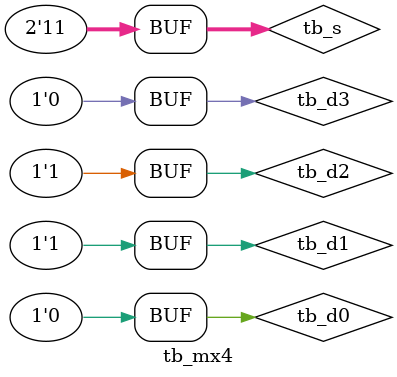
<source format=v>
`timescale 1ns/100ps

module tb_mx4;

	reg tb_d0, tb_d1, tb_d2, tb_d3; 	// regs
	reg [1:0] tb_s;						// 2bits reg
	wire tb_y;								// wire
	
	mx4 test_mx4(.y(tb_y), .s(tb_s), .d0(tb_d0), .d1(tb_d1), .d2(tb_d2), .d3(tb_d3));
	
	initial begin 
		#0; tb_d0 = 1; tb_d1 = 0; tb_d2 = 0; tb_d3 = 0; tb_s = 2'b00; // expected value y = 1'b1
		#5; tb_d0 = 0; tb_d1 = 1; tb_d2 = 0; tb_d3 = 0; tb_s = 2'b01; // expected value y = 1'b1
		#5; tb_d0 = 0; tb_d1 = 0; tb_d2 = 1; tb_d3 = 0; tb_s = 2'b10; // expected value y = 1'b1
		#5; tb_d0 = 0; tb_d1 = 0; tb_d2 = 0; tb_d3 = 1; tb_s = 2'b11; // expected value y = 1'b1
		
		#5; tb_d0 = 0; tb_d1 = 0; tb_d2 = 1; tb_d3 = 1; tb_s = 2'b00; // expected value y = 1'b0
		#5; tb_d0 = 0; tb_d1 = 1; tb_d2 = 0; tb_d3 = 1; tb_s = 2'b01; // expected value y = 1'b1
		#5; tb_d0 = 1; tb_d1 = 0; tb_d2 = 1; tb_d3 = 0; tb_s = 2'b10; // expected value y = 1'b1
		#5; tb_d0 = 0; tb_d1 = 1; tb_d2 = 1; tb_d3 = 0; tb_s = 2'b11; // expected value y = 1'b0
		#5;
	
	end
	
endmodule

</source>
